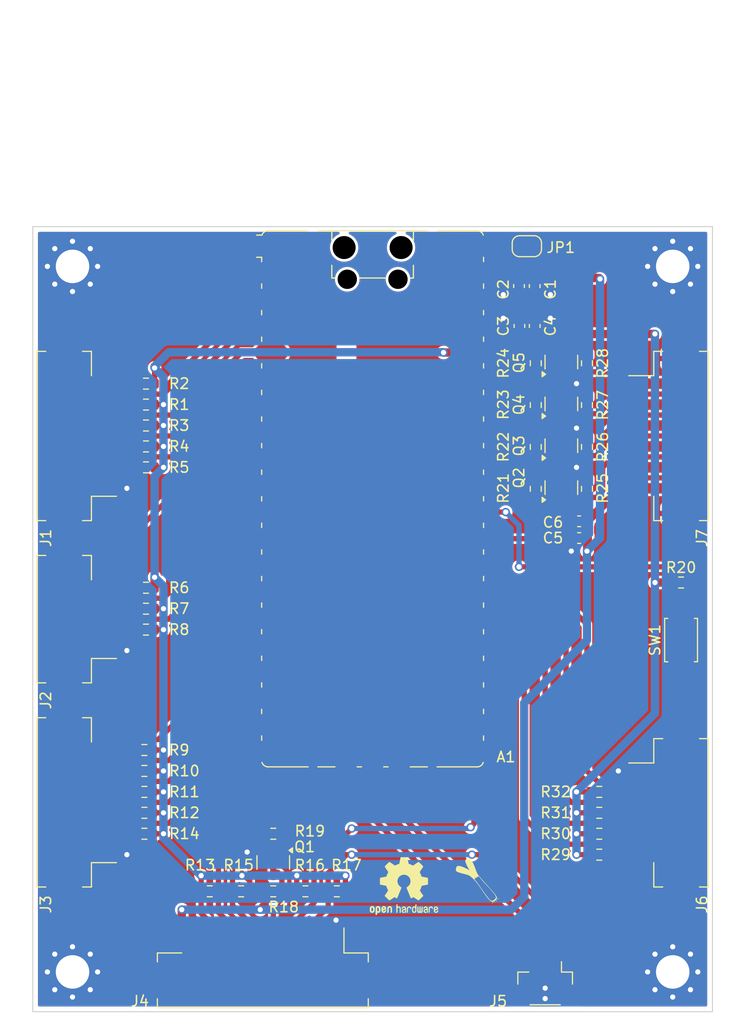
<source format=kicad_pcb>
(kicad_pcb (version 20241229) (generator "pcbnew") (generator_version "9.0")
  (title_block (title "DivaConIO") (date "2024-11-23") (rev "2") (company "ravinrabbid"))
  (layers (0 "F.Cu" signal) (2 "B.Cu" signal) (13 "F.Paste" user) (15 "B.Paste" user) (5 "F.SilkS" user "F.Silkscreen") (7 "B.SilkS" user "B.Silkscreen") (1 "F.Mask" user) (3 "B.Mask" user) (25 "Edge.Cuts" user))
  (net 0 "")
  (net 1 "/LED_En_Circle")
  (net 2 "+3V3")
  (net 3 "/Slider_LED_Data")
  (net 4 "+5V")
  (net 5 "/LED_En_Triangle")
  (net 6 "/Button_Down")
  (net 7 "/Button_R2")
  (net 8 "Net-(A1-RUN)")
  (net 9 "/Button_L1")
  (net 11 "/Button_Left")
  (net 12 "/Button_Cross")
  (net 13 "/Button_Up")
  (net 14 "/Button_L2")
  (net 16 "Net-(A1-VBUS)")
  (net 17 "/Button_R3")
  (net 18 "/Button_Select")
  (net 19 "/Button_Start")
  (net 20 "/Button_R1")
  (net 21 "/Button_Square")
  (net 22 "/Button_Circle")
  (net 23 "Net-(A1-SWCLK)")
  (net 24 "/Button_Triangle")
  (net 25 "/Button_Right")
  (net 26 "/Button_L3")
  (net 27 "/Button_Home")
  (net 28 "Net-(A1-SWDIO)")
  (net 29 "/LED_En_Cross")
  (net 30 "Net-(Q1-G)")
  (net 31 "Net-(Q2-G)")
  (net 32 "Net-(Q3-G)")
  (net 33 "Net-(Q4-G)")
  (net 34 "Net-(Q5-G)")
  (net 35 "/LED_En_Square")
  (net 36 "/Slider_I2C1_SCL")
  (net 37 "/Slider_I2C1_SDA")
  (net 38 "GND")
  (net 39 "Net-(Q2-D)")
  (net 40 "Net-(Q3-D)")
  (net 41 "Net-(Q4-D)")
  (net 42 "Net-(Q5-D)")
  (net 43 "/LED_Square")
  (net 44 "/LED_Cross")
  (net 45 "/LED_Circle")
  (net 46 "/LED_Triangle")
  (net 47 "/Display_I2C0_SDA")
  (net 48 "/Display_I2C0_SCL")
  (net 49 "Net-(J4-Pin_4)")
  (footprint "Connector_JST:JST_PH_B8B-PH-SM4-TB_1x08-1MP_P2.00mm_Vertical" (layer "F.Cu") (at 122 145.25 180)
    (property "Reference" "J4")
    (property "Value" "Conn_01x08_MountingPin")
  )
  (footprint "Resistor_SMD:R_0603_1608Metric" (layer "F.Cu") (at 110.825 113.5 180)
    (property "Reference" "R8")
    (property "Value" "10K")
  )
  (footprint "MountingHole:MountingHole_3.2mm_M3_Pad_Via" (layer "F.Cu") (at 103.8 78.8)
    (property "Reference" "H4" (hide yes))
    (property "Value" "MountingHole_Pad")
  )
  (footprint "Connector_JST:JST_PH_B5B-PH-SM4-TB_1x05-1MP_P2.00mm_Vertical" (layer "F.Cu") (at 160.25 131 -90)
    (property "Reference" "J6")
    (property "Value" "Conn_01x05_MountingPin")
  )
  (footprint "Resistor_SMD:R_0603_1608Metric" (layer "F.Cu") (at 110.825 109.5 180)
    (property "Reference" "R6")
    (property "Value" "10K")
  )
  (footprint "Connector_JST:JST_SH_BM03B-SRSS-TB_1x03-1MP_P1.00mm_Vertical" (layer "F.Cu") (at 149 147.325 180)
    (property "Reference" "J5")
    (property "Value" "JST_SH_BM03B-SRSS-TB" (hide yes))
  )
  (footprint "Button_Switch_SMD:SW_Push_SPST_NO_Alps_SKRK" (layer "F.Cu") (at 162 114.5 90)
    (property "Reference" "SW1")
    (property "Value" "SW_Push")
  )
  (footprint "Package_TO_SOT_SMD:SOT-23" (layer "F.Cu") (at 150.55 99.9375 90)
    (property "Reference" "Q2")
    (property "Value" "BSS138")
  )
  (footprint "Resistor_SMD:R_0603_1608Metric" (layer "F.Cu") (at 119.925 138.5 180)
    (property "Reference" "R15")
    (property "Value" "4K7")
  )
  (footprint "Resistor_SMD:R_0603_1608Metric" (layer "F.Cu") (at 126.075 138.5)
    (property "Reference" "R16")
    (property "Value" "4K7")
  )
  (footprint "Resistor_SMD:R_0603_1608Metric" (layer "F.Cu") (at 154.175 129)
    (property "Reference" "R32")
    (property "Value" "10K")
  )
  (footprint "Capacitor_SMD:C_0603_1608Metric" (layer "F.Cu") (at 146.5 80.68 -90)
    (property "Reference" "C2")
    (property "Value" "100n")
  )
  (footprint "Resistor_SMD:R_0603_1608Metric" (layer "F.Cu") (at 110.825 92 180)
    (property "Reference" "R2")
    (property "Value" "10K")
  )
  (footprint "Resistor_SMD:R_0603_1608Metric" (layer "F.Cu") (at 110.825 96 180)
    (property "Reference" "R4")
    (property "Value" "10K")
  )
  (footprint "Resistor_SMD:R_0603_1608Metric" (layer "F.Cu") (at 162 109)
    (property "Reference" "R20")
    (property "Value" "10K")
  )
  (footprint "Symbol:OSHW-Logo2_7.3x6mm_SilkScreen" (layer "F.Cu") (at 135.5 138)
    (property "Reference" "SYM2" (hide yes))
    (property "Value" "Logo_Open_Hardware_Small" (hide yes))
  )
  (footprint "Resistor_SMD:R_0603_1608Metric" (layer "F.Cu") (at 110.675 127 180)
    (property "Reference" "R10")
    (property "Value" "10K")
  )
  (footprint "Connector_JST:JST_PH_B6B-PH-SM4-TB_1x06-1MP_P2.00mm_Vertical" (layer "F.Cu") (at 104.75 130 90)
    (property "Reference" "J3")
    (property "Value" "Conn_01x06_MountingPin")
  )
  (footprint "Resistor_SMD:R_0603_1608Metric" (layer "F.Cu") (at 148.1 92.05 90)
    (property "Reference" "R23")
    (property "Value" "10R")
  )
  (footprint "Resistor_SMD:R_0603_1608Metric" (layer "F.Cu") (at 154.175 133)
    (property "Reference" "R30")
    (property "Value" "10K")
  )
  (footprint "Resistor_SMD:R_0603_1608Metric" (layer "F.Cu") (at 153 100.05 90)
    (property "Reference" "R25")
    (property "Value" "330R")
  )
  (footprint "Connector_JST:JST_PH_B6B-PH-SM4-TB_1x06-1MP_P2.00mm_Vertical" (layer "F.Cu") (at 104.75 95 90)
    (property "Reference" "J1")
    (property "Value" "Conn_01x06_MountingPin")
  )
  (footprint "Resistor_SMD:R_0603_1608Metric" (layer "F.Cu") (at 148.1 88.05 90)
    (property "Reference" "R24")
    (property "Value" "10R")
  )
  (footprint "Capacitor_SMD:C_0603_1608Metric" (layer "F.Cu") (at 148 84.49 90)
    (property "Reference" "C4")
    (property "Value" "100n")
  )
  (footprint "Connector_JST:JST_PH_B4B-PH-SM4-TB_1x04-1MP_P2.00mm_Vertical" (layer "F.Cu") (at 104.75 112.5 90)
    (property "Reference" "J2")
    (property "Value" "Conn_01x04_MountingPin")
  )
  (footprint "Module:RaspberryPi_Pico_SMD_HandSolder" (layer "F.Cu") (at 132.5 101)
    (property "Reference" "A1")
    (property "Value" "RaspberryPi_Pico")
  )
  (footprint "Package_TO_SOT_SMD:SOT-23" (layer "F.Cu") (at 123 135.75 -90)
    (property "Reference" "Q1")
    (property "Value" "BSS138")
  )
  (footprint "Package_TO_SOT_SMD:SOT-23" (layer "F.Cu") (at 150.55 87.9375 90)
    (property "Reference" "Q5")
    (property "Value" "BSS138")
  )
  (footprint "Resistor_SMD:R_0603_1608Metric" (layer "F.Cu") (at 153 88.05 90)
    (property "Reference" "R28")
    (property "Value" "330R")
  )
  (footprint "Package_TO_SOT_SMD:SOT-23" (layer "F.Cu") (at 150.55 95.9375 90)
    (property "Reference" "Q3")
    (property "Value" "BSS138")
  )
  (footprint "Capacitor_SMD:C_0603_1608Metric" (layer "F.Cu") (at 152.25 104.75 180)
    (property "Reference" "C5")
    (property "Value" "1u0")
  )
  (footprint "MountingHole:MountingHole_3.2mm_M3_Pad_Via" (layer "F.Cu") (at 161.2 78.8)
    (property "Reference" "H1" (hide yes))
    (property "Value" "MountingHole_Pad")
  )
  (footprint "Resistor_SMD:R_0603_1608Metric" (layer "F.Cu") (at 110.825 98 180)
    (property "Reference" "R5")
    (property "Value" "10K")
  )
  (footprint "Resistor_SMD:R_0603_1608Metric" (layer "F.Cu") (at 153 96.05 90)
    (property "Reference" "R26")
    (property "Value" "330R")
  )
  (footprint "Resistor_SMD:R_0603_1608Metric" (layer "F.Cu") (at 116.925 138.5)
    (property "Reference" "R13")
    (property "Value" "4K7")
  )
  (footprint "Resistor_SMD:R_0603_1608Metric" (layer "F.Cu") (at 148.1 100.05 90)
    (property "Reference" "R21")
    (property "Value" "10R")
  )
  (footprint "Jumper:SolderJumper-2_P1.3mm_Bridged_RoundedPad1.0x1.5mm" (layer "F.Cu") (at 147.25 76.87 180)
    (property "Reference" "JP1")
    (property "Value" "SolderJumper_2_Bridged")
  )
  (footprint "Resistor_SMD:R_0603_1608Metric" (layer "F.Cu") (at 154.175 135)
    (property "Reference" "R29")
    (property "Value" "10K")
  )
  (footprint "Resistor_SMD:R_0603_1608Metric" (layer "F.Cu") (at 110.675 129 180)
    (property "Reference" "R11")
    (property "Value" "10K")
  )
  (footprint "Resistor_SMD:R_0603_1608Metric" (layer "F.Cu") (at 153 92.05 90)
    (property "Reference" "R27")
    (property "Value" "330R")
  )
  (footprint "CustomLogos:Leek-Logo_6.3mm_Silkscreen" (layer "F.Cu") (at 142.5 137.5)
    (property "Reference" "SYM1" (hide yes))
    (property "Value" "Leek" (hide yes))
  )
  (footprint "Resistor_SMD:R_0603_1608Metric" (layer "F.Cu") (at 129.075 138.5 180)
    (property "Reference" "R17")
    (property "Value" "4K7")
  )
  (footprint "Connector_JST:JST_PH_B6B-PH-SM4-TB_1x06-1MP_P2.00mm_Vertical" (layer "F.Cu") (at 160.25 95 -90)
    (property "Reference" "J7")
    (property "Value" "Conn_01x06_MountingPin")
  )
  (footprint "Resistor_SMD:R_0603_1608Metric" (layer "F.Cu") (at 148.1 96.05 90)
    (property "Reference" "R22")
    (property "Value" "10R")
  )
  (footprint "Package_TO_SOT_SMD:SOT-23" (layer "F.Cu") (at 150.55 91.9375 90)
    (property "Reference" "Q4")
    (property "Value" "BSS138")
  )
  (footprint "Capacitor_SMD:C_0603_1608Metric" (layer "F.Cu") (at 152.25 103.15 180)
    (property "Reference" "C6")
    (property "Value" "1u0")
  )
  (footprint "Resistor_SMD:R_0603_1608Metric" (layer "F.Cu") (at 110.825 111.5 180)
    (property "Reference" "R7")
    (property "Value" "10K")
  )
  (footprint "Resistor_SMD:R_0603_1608Metric" (layer "F.Cu") (at 123 138.5)
    (property "Reference" "R18")
    (property "Value" "4K7")
  )
  (footprint "Resistor_SMD:R_0603_1608Metric" (layer "F.Cu") (at 154.175 131)
    (property "Reference" "R31")
    (property "Value" "10K")
  )
  (footprint "Resistor_SMD:R_0603_1608Metric" (layer "F.Cu") (at 110.825 94 180)
    (property "Reference" "R3")
    (property "Value" "10K")
  )
  (footprint "MountingHole:MountingHole_3.2mm_M3_Pad_Via" (layer "F.Cu") (at 103.8 146.2)
    (property "Reference" "H2" (hide yes))
    (property "Value" "MountingHole_Pad")
  )
  (footprint "Resistor_SMD:R_0603_1608Metric" (layer "F.Cu") (at 110.675 131 180)
    (property "Reference" "R12")
    (property "Value" "10K")
  )
  (footprint "Resistor_SMD:R_0603_1608Metric" (layer "F.Cu") (at 123 133)
    (property "Reference" "R19")
    (property "Value" "10R")
  )
  (footprint "Resistor_SMD:R_0603_1608Metric" (layer "F.Cu") (at 110.675 133 180)
    (property "Reference" "R14")
    (property "Value" "10K")
  )
  (footprint "Capacitor_SMD:C_0603_1608Metric" (layer "F.Cu") (at 146.54 84.49 90)
    (property "Reference" "C3")
    (property "Value" "1u0")
  )
  (footprint "MountingHole:MountingHole_3.2mm_M3_Pad_Via" (layer "F.Cu") (at 161.2 146.2)
    (property "Reference" "H3" (hide yes))
    (property "Value" "MountingHole_Pad")
  )
  (footprint "Resistor_SMD:R_0603_1608Metric" (layer "F.Cu") (at 110.825 90 180)
    (property "Reference" "R1")
    (property "Value" "10K")
  )
  (footprint "Capacitor_SMD:C_0603_1608Metric" (layer "F.Cu") (at 148 80.68 -90)
    (property "Reference" "C1")
    (property "Value" "1u0")
  )
  (footprint "Resistor_SMD:R_0603_1608Metric" (layer "F.Cu") (at 110.675 125 180)
    (property "Reference" "R9")
    (property "Value" "10K")
  )
  (gr_line (start 100 150) (end 100 75) (stroke (width 0.1)) (layer "Edge.Cuts"))
  (gr_line (start 165 150) (end 100 150) (stroke (width 0.1)) (layer "Edge.Cuts"))
  (gr_line (start 165 75) (end 165 150) (stroke (width 0.1)) (layer "Edge.Cuts"))
  (gr_line (start 100 75) (end 165 75) (stroke (width 0.1)) (layer "Edge.Cuts"))
  (segment (start 142.19 92.11) (end 144.865 92.11) (width 0.508) (layer "F.Cu") (net 1))
  (segment (start 144.865 92.11) (end 148.1 88.875) (width 0.508) (layer "F.Cu") (net 1))
  (segment (start 111.65 96) (end 112.5 96) (width 0.508) (layer "F.Cu") (net 2))
  (segment (start 153.35 133) (end 152 133) (width 0.508) (layer "F.Cu") (net 2))
  (segment (start 111.5 131) (end 112.5 131) (width 0.508) (layer "F.Cu") (net 2))
  (segment (start 111.65 98) (end 112.5 98) (width 0.508) (layer "F.Cu") (net 2))
  (segment (start 111.5 127) (end 112.5 127) (width 0.508) (layer "F.Cu") (net 2))
  (segment (start 161.175 109) (end 159.5 109) (width 0.8) (layer "F.Cu") (net 2))
  (segment (start 116.1 138.5) (end 116.1 137) (width 0.508) (layer "F.Cu") (net 2))
  (segment (start 116.1 140.6) (end 116.1 138.5) (width 0.508) (layer "F.Cu") (net 2))
  (segment (start 111.5 125) (end 112.5 125) (width 0.508) (layer "F.Cu") (net 2))
  (segment (start 125.25 138.5) (end 125.25 137) (width 0.508) (layer "F.Cu") (net 2))
  (segment (start 153.35 135) (end 152 135) (width 0.508) (layer "F.Cu") (net 2))
  (segment (start 153.35 129) (end 152 129) (width 0.508) (layer "F.Cu") (net 2))
  (segment (start 111.65 113.5) (end 112.5 113.5) (width 0.508) (layer "F.Cu") (net 2))
  (segment (start 146.54 85.265) (end 148 85.265) (width 0.8) (layer "F.Cu") (net 2))
  (segment (start 111.65 111.5) (end 112.5 111.5) (width 0.508) (layer "F.Cu") (net 2))
  (segment (start 142.19 87.03) (end 144.775 87.03) (width 0.8) (layer "F.Cu") (net 2))
  (segment (start 111.5 133) (end 112.5 133) (width 0.508) (layer "F.Cu") (net 2))
  (segment (start 158.735 85.265) (end 148 85.265) (width 0.8) (layer "F.Cu") (net 2))
  (segment (start 111.65 92) (end 112.5 92) (width 0.508) (layer "F.Cu") (net 2))
  (segment (start 158.75 85.25) (end 158.735 85.265) (width 0.8) (layer "F.Cu") (net 2))
  (segment (start 120.75 137.5) (end 120.75 138.25) (width 0.508) (layer "F.Cu") (net 2))
  (segment (start 153.35 131) (end 152 131) (width 0.508) (layer "F.Cu") (net 2))
  (segment (start 144.775 87.03) (end 146.54 85.265) (width 0.8) (layer "F.Cu") (net 2))
  (segment (start 117 144.75) (end 117 141.5) (width 0.508) (layer "F.Cu") (net 2))
  (segment (start 129.9 138.5) (end 129.9 137) (width 0.508) (layer "F.Cu") (net 2))
  (segment (start 111.5 129) (end 112.5 129) (width 0.508) (layer "F.Cu") (net 2))
  (segment (start 120 136.75) (end 120.75 137.5) (width 0.508) (layer "F.Cu") (net 2))
  (segment (start 111.65 90) (end 111.65 88.5) (width 0.508) (layer "F.Cu") (net 2))
  (segment (start 111.65 94) (end 112.5 94) (width 0.508) (layer "F.Cu") (net 2))
  (segment (start 142.19 87.03) (end 139.28 87.03) (width 0.8) (layer "F.Cu") (net 2))
  (segment (start 159.5 85.25) (end 158.75 85.25) (width 0.8) (layer "F.Cu") (net 2))
  (segment (start 117 141.5) (end 116.1 140.6) (width 0.508) (layer "F.Cu") (net 2))
  (segment (start 111.65 109.5) (end 111.65 108.5) (width 0.8) (layer "F.Cu") (net 2))
  (via (at 112.5 113.5) (size 0.8) (drill 0.5) (layers "F.Cu" "B.Cu") (net 2))
  (via (at 112.5 131) (size 0.8) (drill 0.5) (layers "F.Cu" "B.Cu") (net 2))
  (via (at 111.65 108.5) (size 0.8) (drill 0.5) (layers "F.Cu" "B.Cu") (net 2))
  (via (at 159.5 85.25) (size 0.8) (drill 0.5) (layers "F.Cu" "B.Cu") (net 2))
  (via (at 129.9 137) (size 0.8) (drill 0.5) (layers "F.Cu" "B.Cu") (net 2))
  (via (at 112.5 133) (size 0.8) (drill 0.5) (layers "F.Cu" "B.Cu") (net 2))
  (via (at 112.5 111.5) (size 0.8) (drill 0.5) (layers "F.Cu" "B.Cu") (net 2))
  (via (at 152 129) (size 0.8) (drill 0.5) (layers "F.Cu" "B.Cu") (net 2))
  (via (at 152 131) (size 0.8) (drill 0.5) (layers "F.Cu" "B.Cu") (net 2))
  (via (at 112.5 94) (size 0.8) (drill 0.5) (layers "F.Cu" "B.Cu") (net 2))
  (via (at 152 135) (size 0.8) (drill 0.5) (layers "F.Cu" "B.Cu") (net 2))
  (via (at 120 137) (size 0.8) (drill 0.5) (layers "F.Cu" "B.Cu") (net 2))
  (via (at 112.5 92) (size 0.8) (drill 0.5) (layers "F.Cu" "B.Cu") (net 2))
  (via (at 116.1 137) (size 0.8) (drill 0.5) (layers "F.Cu" "B.Cu") (net 2))
  (via (at 112.5 96) (size 0.8) (drill 0.5) (layers "F.Cu" "B.Cu") (net 2))
  (via (at 112.5 129) (size 0.8) (drill 0.5) (layers "F.Cu" "B.Cu") (net 2))
  (via (at 159.5 109) (size 0.8) (drill 0.5) (layers "F.Cu" "B.Cu") (net 2))
  (via (at 125.25 137) (size 0.8) (drill 0.5) (layers "F.Cu" "B.Cu") (net 2))
  (via (at 112.5 98) (size 0.8) (drill 0.5) (layers "F.Cu" "B.Cu") (net 2))
  (via (at 139.28 87.03) (size 0.8) (drill 0.5) (layers "F.Cu" "B.Cu") (net 2))
  (via (at 112.5 125) (size 0.8) (drill 0.5) (layers "F.Cu" "B.Cu") (net 2))
  (via (at 152 133) (size 0.8) (drill 0.5) (layers "F.Cu" "B.Cu") (net 2))
  (via (at 111.65 88.5) (size 0.8) (drill 0.5) (layers "F.Cu" "B.Cu") (net 2))
  (via (at 112.5 127) (size 0.8) (drill 0.5) (layers "F.Cu" "B.Cu") (net 2))
  (segment (start 152 133) (end 152 131) (width 0.8) (layer "B.Cu") (net 2))
  (segment (start 112.5 133) (end 112.5 125) (width 0.8) (layer "B.Cu") (net 2))
  (segment (start 111.65 98.85) (end 112.5 98) (width 0.8) (layer "B.Cu") (net 2))
  (segment (start 152 129) (end 159.5 121.5) (width 0.8) (layer "B.Cu") (net 2))
  (segment (start 112.5 92) (end 112.5 89.35) (width 0.8) (layer "B.Cu") (net 2))
  (segment (start 159.5 100.25) (end 159.5 85.25) (width 0.8) (layer "B.Cu") (net 2))
  (segment (start 139.25 87) (end 139.28 87.03) (width 0.8) (layer "B.Cu") (net 2))
  (segment (start 111.65 108.5) (end 111.65 98.85) (width 0.8) (layer "B.Cu") (net 2))
  (segment (start 112.5 89.35) (end 111.65 88.5) (width 0.8) (layer "B.Cu") (net 2))
  (segment (start 116.1 137) (end 120 137) (width 0.8) (layer "B.Cu") (net 2))
  (segment (start 111.65 88.35) (end 113 87) (width 0.8) (layer "B.Cu") (net 2))
  (segment (start 112.5 125) (end 112.5 111.5) (width 0.8) (layer "B.Cu") (net 2))
  (segment (start 125.25 137) (end 129.9 137) (width 0.8) (layer "B.Cu") (net 2))
  (segment (start 112.5 109.35) (end 111.65 108.5) (width 0.8) (layer "B.Cu") (net 2))
  (segment (start 112.5 133.4) (end 116.1 137) (width 0.8) (layer "B.Cu") (net 2))
  (segment (start 113 87) (end 139.25 87) (width 0.8) (layer "B.Cu") (net 2))
  (segment (start 159.5 109) (end 159.5 100.25) (width 0.8) (layer "B.Cu") (net 2))
  (segment (start 111.65 88.5) (end 111.65 88.35) (width 0.8) (layer "B.Cu") (net 2))
  (segment (start 112.5 98) (end 112.5 92) (width 0.8) (layer "B.Cu") (net 2))
  (segment (start 120 137) (end 125.25 137) (width 0.8) (layer "B.Cu") (net 2))
  (segment (start 112.5 133) (end 112.5 133.4) (width 0.8) (layer "B.Cu") (net 2))
  (segment (start 112.5 111.5) (end 112.5 109.35) (width 0.8) (layer "B.Cu") (net 2))
  (segment (start 152 131) (end 152 129) (width 0.8) (layer "B.Cu") (net 2))
  (segment (start 159.5 121.5) (end 159.5 109) (width 0.8) (layer "B.Cu") (net 2))
  (segment (start 152 135) (end 152 133) (width 0.8) (layer "B.Cu") (net 2))
  (segment (start 122.175 133) (end 122.175 132.325) (width 0.508) (layer "F.Cu") (net 3))
  (segment (start 126 131.5) (end 127 130.5) (width 0.508) (layer "F.Cu") (net 3))
  (segment (start 127 130.5) (end 127 119) (width 0.508) (layer "F.Cu") (net 3))
  (segment (start 122.175 132.325) (end 123 131.5) (width 0.508) (layer "F.Cu") (net 3))
  (segment (start 127 119) (end 125.51 117.51) (width 0.508) (layer "F.Cu") (net 3))
  (segment (start 123 131.5) (end 126 131.5) (width 0.508) (layer "F.Cu") (net 3))
  (segment (start 125.51 117.51) (end 122.81 117.51) (width 0.508) (layer "F.Cu") (net 3))
  (segment (start 145.495 79.905) (end 148 79.905) (width 0.8) (layer "F.Cu") (net 4))
  (segment (start 121.75 140.25) (end 122.175 139.825) (width 0.8) (layer "F.Cu") (net 4))
  (segment (start 148 79.905) (end 154.155 79.905) (width 0.8) (layer "F.Cu") (net 4))
  (segment (start 122.175 139.825) (end 122.175 138.5) (width 0.8) (layer "F.Cu") (net 4))
  (segment (start 146.5 79.905) (end 148 79.905) (width 0.8) (layer "F.Cu") (net 4))
  (segment (start 142.19 79.41) (end 145 79.41) (width 0.8) (layer "F.Cu") (net 4))
  (segment (start 114.5 141.5) (end 114.25 141.25) (width 0.8) (layer "F.Cu") (net 4))
  (segment (start 156.25 100) (end 159.75 100) (width 0.8) (layer "F.Cu") (net 4))
  (segment (start 156 100) (end 156 99.25) (width 0.8) (layer "F.Cu") (net 4))
  (segment (start 153.025 104.75) (end 153.025 103.15) (width 0.8) (layer "F.Cu") (net 4))
  (segment (start 156 100.175) (end 156 99.25) (width 0.8) (layer "F.Cu") (net 4))
  (segment (start 156 99.25) (end 156 98.5) (width 0.8) (layer "F.Cu") (net 4))
  (segment (start 114.25 141.25) (end 114.25 140.25) (width 0.8) (layer "F.Cu") (net 4))
  (segment (start 148 76.97) (end 147.9 76.87) (width 0.8) (layer "F.Cu") (net 4))
  (segment (start 115 144.75) (end 115 142) (width 0.8) (layer "F.Cu") (net 4))
  (segment (start 153.025 105.975) (end 153 106) (width 0.8) (layer "F.Cu") (net 4))
  (segment (start 156.5 98) (end 159.75 98) (width 0.8) (layer "F.Cu") (net 4))
  (segment (start 148 79.905) (end 148 76.97) (width 0.8) (layer "F.Cu") (net 4))
  (segment (start 156 98.5) (end 156.5 98) (width 0.8) (layer "F.Cu") (net 4))
  (segment (start 159.75 100) (end 156 100) (width 0.8) (layer "F.Cu") (net 4))
  (segment (start 153.025 104.75) (end 153.025 105.975) (width 0.8) (layer "F.Cu") (net 4))
  (segment (start 154.155 79.905) (end 154.25 80) (width 0.8) (layer "F.Cu") (net 4))
  (segment (start 145 79.41) (end 145.495 79.905) (width 0.8) (layer "F.Cu") (net 4))
  (segment (start 115 142) (end 114.5 141.5) (width 0.8) (layer "F.Cu") (net 4))
  (segment (start 153.025 103.15) (end 156 100.175) (width 0.8) (layer "F.Cu") (net 4))
  (via (at 154.25 80) (size 0.8) (drill 0.5) (layers "F.Cu" "B.Cu") (net 4))
  (via (at 114.25 140.25) (size 0.8) (drill 0.5) (layers "F.Cu" "B.Cu") (net 4))
  (via (at 121.75 140.25) (size 0.8) (drill 0.5) (layers "F.Cu" "B.Cu") (net 4))
  (via (at 153 106) (size 0.8) (drill 0.5) (layers "F.Cu" "B.Cu") (net 4))
  (segment (start 114.25 140.25) (end 121.75 140.25) (width 0.8) (layer "B.Cu") (net 4))
  (segment (start 121.75 140.25) (end 145.75 140.25) (width 0.8) (layer "B.Cu") (net 4))
  (segment (start 153 114.5) (end 153 106) (width 0.8) (layer "B.Cu") (net 4))
  (segment (start 147 139) (end 147 120.5) (width 0.8) (layer "B.Cu") (net 4))
  (segment (start 154.25 104.75) (end 154.25 80) (width 0.8) (layer "B.Cu") (net 4))
  (segment (start 145.75 140.25) (end 147 139) (width 0.8) (layer "B.Cu") (net 4))
  (segment (start 147 120.5) (end 153 114.5) (width 0.8) (layer "B.Cu") (net 4))
  (segment (start 153 106) (end 154.25 104.75) (width 0.8) (layer "B.Cu") (net 4))
  (segment (start 148.1 104.15) (end 148.1 100.875) (width 0.508) (layer "F.Cu") (net 5))
  (segment (start 142.19 104.81) (end 147.44 104.81) (width 0.508) (layer "F.Cu") (net 5))
  (segment (start 147.44 104.81) (end 148.1 104.15) (width 0.508) (layer "F.Cu") (net 5))
  (segment (start 118.23 102.27) (end 115 105.5) (width 0.508) (layer "F.Cu") (net 6))
  (segment (start 109.85 125) (end 105.25 125) (width 0.508) (layer "F.Cu") (net 6))
  (segment (start 112 124) (end 110.85 124) (width 0.508) (layer "F.Cu") (net 6))
  (segment (start 122.81 102.27) (end 118.23 102.27) (width 0.508) (layer "F.Cu") (net 6))
  (segment (start 115 121) (end 112 124) (width 0.508) (layer "F.Cu") (net 6))
  (segment (start 110.85 124) (end 109.85 125) (width 0.508) (layer "F.Cu") (net 6))
  (segment (start 115 105.5) (end 115 121) (width 0.508) (layer "F.Cu") (net 6))
  (segment (start 111 95) (end 114.5 95) (width 0.508) (layer "F.Cu") (net 7))
  (segment (start 115.5 91.5) (end 119.97 87.03) (width 0.508) (layer "F.Cu") (net 7))
  (segment (start 114.5 95) (end 115.5 94) (width 0.508) (layer "F.Cu") (net 7))
  (segment (start 110 96) (end 105.25 96) (width 0.508) (layer "F.Cu") (net 7))
  (segment (start 115.5 94) (end 115.5 91.5) (width 0.508) (layer "F.Cu") (net 7))
  (segment (start 110 96) (end 111 95) (width 0.508) (layer "F.Cu") (net 7))
  (segment (start 119.97 87.03) (end 122.81 87.03) (width 0.508) (layer "F.Cu") (net 7))
  (segment (start 162.825 110.175) (end 162 111) (width 0.508) (layer "F.Cu") (net 8))
  (segment (start 162 111) (end 162 112.4) (width 0.508) (layer "F.Cu") (net 8))
  (segment (start 162.825 109) (end 162.825 110.175) (width 0.508) (layer "F.Cu") (net 8))
  (segment (start 162.825 107.825) (end 162.5 107.5) (width 0.508) (layer "F.Cu") (net 8))
  (segment (start 145.23 102.27) (end 142.19 102.27) (width 0.508) (layer "F.Cu") (net 8))
  (segment (start 162.5 107.5) (end 146.5 107.5) (width 0.508) (layer "F.Cu") (net 8))
  (segment (start 162.825 109) (end 162.825 107.825) (width 0.508) (layer "F.Cu") (net 8))
  (via (at 146.5 107.5) (size 0.8) (drill 0.5) (layers "F.Cu" "B.Cu") (net 8))
  (via (at 145.23 102.27) (size 0.8) (drill 0.5) (layers "F.Cu" "B.Cu") (net 8))
  (segment (start 145.23 102.27) (end 146.5 103.54) (width 0.508) (layer "B.Cu") (net 8))
  (segment (start 146.5 103.54) (end 146.5 107.5) (width 0.508) (layer "B.Cu") (net 8))
  (segment (start 117 124) (end 113 128) (width 0.508) (layer "F.Cu") (net 9))
  (segment (start 122.81 109.89) (end 119.61 109.89) (width 0.508) (layer "F.Cu") (net 9))
  (segment (start 109.85 129) (end 105.25 129) (width 0.508) (layer "F.Cu") (net 9))
  (segment (start 119.61 109.89) (end 117 112.5) (width 0.508) (layer "F.Cu") (net 9))
  (segment (start 110.85 128) (end 109.85 129) (width 0.508) (layer "F.Cu") (net 9))
  (segment (start 113 128) (end 110.85 128) (width 0.508) (layer "F.Cu") (net 9))
  (segment (start 117 112.5) (end 117 124) (width 0.508) (layer "F.Cu") (net 9))
  (segment (start 110 90) (end 110 86) (width 0.508) (layer "F.Cu") (net 11))
  (segment (start 119.13 76.87) (end 122.81 76.87) (width 0.508) (layer "F.Cu") (net 11))
  (segment (start 110 86) (end 119.13 76.87) (width 0.508) (layer "F.Cu") (net 11))
  (segment (start 110 90) (end 105.25 90) (width 0.508) (layer "F.Cu") (net 11))
  (segment (start 151.5 130) (end 154 130) (width 0.508) (layer "F.Cu") (net 12))
  (segment (start 151 114.5) (end 151 129.5) (width 0.508) (layer "F.Cu") (net 12))
  (segment (start 155 131) (end 159.75 131) (width 0.508) (layer "F.Cu") (net 12))
  (segment (start 154 130) (end 155 131) (width 0.508) (layer "F.Cu") (net 12))
  (segment (start 151 129.5) (end 151.5 130) (width 0.508) (layer "F.Cu") (net 12))
  (segment (start 148.93 112.43) (end 151 114.5) (width 0.508) (layer "F.Cu") (net 12))
  (segment (start 142.19 112.43) (end 148.93 112.43) (width 0.508) (layer "F.Cu") (net 12))
  (segment (start 116 123) (end 116 107.5) (width 0.508) (layer "F.Cu") (net 13))
  (segment (start 110.85 126) (end 113 126) (width 0.508) (layer "F.Cu") (net 13))
  (segment (start 118.69 104.81) (end 122.81 104.81) (width 0.508) (layer "F.Cu") (net 13))
  (segment (start 113 126) (end 116 123) (width 0.508) (layer "F.Cu") (net 13))
  (segment (start 109.85 127) (end 110.85 126) (width 0.508) (layer "F.Cu") (net 13))
  (segment (start 116 107.5) (end 118.69 104.81) (width 0.508) (layer "F.Cu") (net 13))
  (segment (start 109.85 127) (end 105.25 127) (width 0.508) (layer "F.Cu") (net 13))
  (segment (start 110.85 130) (end 109.85 131) (width 0.508) (layer "F.Cu") (net 14))
  (segment (start 118 113) (end 118 125) (width 0.508) (layer "F.Cu") (net 14))
  (segment (start 113 130) (end 110.85 130) (width 0.508) (layer "F.Cu") (net 14))
  (segment (start 109.85 131) (end 105.25 131) (width 0.508) (layer "F.Cu") (net 14))
  (segment (start 122.81 112.43) (end 118.57 112.43) (width 0.508) (layer "F.Cu") (net 14))
  (segment (start 118.57 112.43) (end 118 113) (width 0.508) (layer "F.Cu") (net 14))
  (segment (start 118 125) (end 113 130) (width 0.508) (layer "F.Cu") (net 14))
  (segment (start 146.6 76.87) (end 142.19 76.87) (width 0.508) (layer "F.Cu") (net 16))
  (segment (start 114 91) (end 120.51 84.49) (width 0.508) (layer "F.Cu") (net 17))
  (segment (start 110 94) (end 111 93) (width 0.508) (layer "F.Cu") (net 17))
  (segment (start 113.5 93) (end 114 92.5) (width 0.508) (layer "F.Cu") (net 17))
  (segment (start 110 94) (end 105.25 94) (width 0.508) (layer "F.Cu") (net 17))
  (segment (start 122.81 84.49) (end 120.51 84.49) (width 0.508) (layer "F.Cu") (net 17))
  (segment (start 111 93) (end 113.5 93) (width 0.508) (layer "F.Cu") (net 17))
  (segment (start 114 92.5) (end 114 91) (width 0.508) (layer "F.Cu") (net 17))
  (segment (start 110 109.5) (end 105.25 109.5) (width 0.508) (layer "F.Cu") (net 18))
  (segment (start 122.81 92.11) (end 119.89 92.11) (width 0.508) (layer "F.Cu") (net 18))
  (segment (start 110 104) (end 110 109.5) (width 0.508) (layer "F.Cu") (net 18))
  (segment (start 119.89 92.11) (end 119 93) (width 0.508) (layer "F.Cu") (net 18))
  (segment (start 119 93) (end 119 95) (width 0.508) (layer "F.Cu") (net 18))
  (segment (start 119 95) (end 110 104) (width 0.508) (layer "F.Cu") (net 18))
  (segment (start 111 110.5) (end 110 111.5) (width 0.508) (layer "F.Cu") (net 19))
  (segment (start 113 103) (end 113 110) (width 0.508) (layer "F.Cu") (net 19))
  (segment (start 122.81 97.19) (end 118.81 97.19) (width 0.508) (layer "F.Cu") (net 19))
  (segment (start 112.5 110.5) (end 111 110.5) (width 0.508) (layer "F.Cu") (net 19))
  (segment (start 113 110) (end 112.5 110.5) (width 0.508) (layer "F.Cu") (net 19))
  (segment (start 110 111.5) (end 105.25 111.5) (width 0.508) (layer "F.Cu") (net 19))
  (segment (start 118.81 97.19) (end 113 103) (width 0.508) (layer "F.Cu") (net 19))
  (segment (start 114.875 97) (end 117 94.875) (width 0.508) (layer "F.Cu") (net 20))
  (segment (start 110 98) (end 111 97) (width 0.508) (layer "F.Cu") (net 20))
  (segment (start 110 98) (end 105.25 98) (width 0.508) (layer "F.Cu") (net 20))
  (segment (start 122.81 89.57) (end 119.5 89.57) (width 0.508) (layer "F.Cu") (net 20))
  (segment (start 111 97) (end 114.875 97) (width 0.508) (layer "F.Cu") (net 20))
  (segment (start 117 94.875) (end 117 92.07) (width 0.508) (layer "F.Cu") (net 20))
  (segment (start 117 92.07) (end 119.5 89.57) (width 0.508) (layer "F.Cu") (net 20))
  (segment (start 149 130.5) (end 150.5 132) (width 0.508) (layer "F.Cu") (net 21))
  (segment (start 150.5 132) (end 154 132) (width 0.508) (layer "F.Cu") (net 21))
  (segment (start 155 133) (end 159.75 133) (width 0.508) (layer "F.Cu") (net 21))
  (segment (start 149 115.5) (end 149 130.5) (width 0.508) (layer "F.Cu") (net 21))
  (segment (start 154 132) (end 155 133) (width 0.508) (layer "F.Cu") (net 21))
  (segment (start 142.19 114.97) (end 148.47 114.97) (width 0.508) (layer "F.Cu") (net 21))
  (segment (start 148.47 114.97) (end 149 115.5) (width 0.508) (layer "F.Cu") (net 21))
  (segment (start 155 129) (end 159.75 129) (width 0.508) (layer "F.Cu") (net 22))
  (segment (start 142.19 109.89) (end 149.89 109.89) (width 0.508) (layer "F.Cu") (net 22))
  (segment (start 149.89 109.89) (end 153 113) (width 0.508) (layer "F.Cu") (net 22))
  (segment (start 153 113) (end 153 127) (width 0.508) (layer "F.Cu") (net 22))
  (segment (start 153 127) (end 155 129) (width 0.508) (layer "F.Cu") (net 22))
  (segment (start 145 139) (end 140 139) (width 0.508) (layer "F.Cu") (net 23))
  (segment (start 140 139) (end 129.96 128.96) (width 0.508) (layer "F.Cu") (net 23))
  (segment (start 148 142) (end 145 139) (width 0.508) (layer "F.Cu") (net 23))
  (segment (start 129.96 128.96) (end 129.96 124.9) (width 0.508) (layer "F.Cu") (net 23))
  (segment (start 148 146) (end 148 142) (width 0.508) (layer "F.Cu") (net 23))
  (segment (start 154 134) (end 149.5 134) (width 0.508) (layer "F.Cu") (net 24))
  (segment (start 149.5 134) (end 147 131.5) (width 0.508) (layer "F.Cu") (net 24))
  (segment (start 147 131.5) (end 147 118.51) (width 0.508) (layer "F.Cu") (net 24))
  (segment (start 146 117.51) (end 142.19 117.51) (width 0.508) (layer "F.Cu") (net 24))
  (segment (start 155 135) (end 154 134) (width 0.508) (layer "F.Cu") (net 24))
  (segment (start 147 118.51) (end 146 117.51) (width 0.508) (layer "F.Cu") (net 24))
  (segment (start 155 135) (end 159.75 135) (width 0.508) (layer "F.Cu") (net 24))
  (segment (start 119.59 79.41) (end 118.5 80.5) (width 0.508) (layer "F.Cu") (net 25))
  (segment (start 113 90.5) (end 112.5 91) (width 0.508) (layer "F.Cu") (net 25))
  (segment (start 118.5 84.5) (end 113 90) (width 0.508) (layer "F.Cu") (net 25))
  (segment (start 112 91) (end 111 91) (width 0.508) (layer "F.Cu") (net 25))
  (segment (start 112 91) (end 112.5 91) (width 0.508) (layer "F.Cu") (net 25))
  (segment (start 118.5 80.5) (end 118.5 84.5) (width 0.508) (layer "F.Cu") (net 25))
  (segment (start 110 92) (end 105.25 92) (width 0.508) (layer "F.Cu") (net 25))
  (segment (start 113 90) (end 113 90.5) (width 0.508) (layer "F.Cu") (net 25))
  (segment (start 122.81 79.41) (end 119.59 79.41) (width 0.508) (layer "F.Cu") (net 25))
  (segment (start 111 91) (end 110 92) (width 0.508) (layer "F.Cu") (net 25))
  (segment (start 110.85 132) (end 113 132) (width 0.508) (layer "F.Cu") (net 26))
  (segment (start 119.53 114.97) (end 122.81 114.97) (width 0.508) (layer "F.Cu") (net 26))
  (segment (start 109.85 133) (end 110.85 132) (width 0.508) (layer "F.Cu") (net 26))
  (segment (start 119 115.5) (end 119.53 114.97) (width 0.508) (layer "F.Cu") (net 26))
  (segment (start 119 126) (end 119 115.5) (width 0.508) (layer "F.Cu") (net 26))
  (segment (start 109.85 133) (end 105.25 133) (width 0.508) (layer "F.Cu") (net 26))
  (segment (start 113 132) (end 119 126) (width 0.508) (layer "F.Cu") (net 26))
  (segment (start 114 111.5) (end 113 112.5) (width 0.508) (layer "F.Cu") (net 27))
  (segment (start 111 112.5) (end 110 113.5) (width 0.508) (layer "F.Cu") (net 27))
  (segment (start 110 113.5) (end 105.25 113.5) (width 0.508) (layer "F.Cu") (net 27))
  (segment (start 122.81 99.73) (end 118.27 99.73) (width 0.508) (layer "F.Cu") (net 27))
  (segment (start 113 112.5) (end 111 112.5) (width 0.508) (layer "F.Cu") (net 27))
  (segment (start 118.27 99.73) (end 114 104) (width 0.508) (layer "F.Cu") (net 27))
  (segment (start 114 104) (end 114 111.5) (width 0.508) (layer "F.Cu") (net 27))
  (segment (start 141 137) (end 146 137) (width 0.508) (layer "F.Cu") (net 28))
  (segment (start 135.04 124.9) (end 135.04 131.04) (width 0.508) (layer "F.Cu") (net 28))
  (segment (start 150 141) (end 150 146) (width 0.508) (layer "F.Cu") (net 28))
  (segment (start 135.04 131.04) (end 141 137) (width 0.508) (layer "F.Cu") (net 28))
  (segment (start 146 137) (end 150 141) (width 0.508) (layer "F.Cu") (net 28))
  (segment (start 146.25 96.25) (end 146.25 94.725) (width 0.508) (layer "F.Cu") (net 29))
  (segment (start 146.25 94.725) (end 148.1 92.875) (width 0.508) (layer "F.Cu") (net 29))
  (segment (start 145.31 97.19) (end 146.25 96.25) (width 0.508) (layer "F.Cu") (net 29))
  (segment (start 142.19 97.19) (end 145.31 97.19) (width 0.508) (layer "F.Cu") (net 29))
  (segment (start 123.9 133.75) (end 123.825 133.675) (width 0.508) (layer "F.Cu") (net 30))
  (segment (start 123.95 134.8125) (end 123.95 133.75) (width 0.508) (layer "F.Cu") (net 30))
  (segment (start 123.825 133.675) (end 123.825 133) (width 0.508) (layer "F.Cu") (net 30))
  (segment (start 123.95 133.75) (end 123.9 133.75) (width 0.508) (layer "F.Cu") (net 30))
  (segment (start 149.6 100.875) (end 149.6 100.1) (width 0.508) (layer "F.Cu") (net 31))
  (segment (start 149.6 100.1) (end 148.725 99.225) (width 0.508) (layer "F.Cu") (net 31))
  (segment (start 148.725 99.225) (end 148.1 99.225) (width 0.508) (layer "F.Cu") (net 31))
  (segment (start 149.6 96.875) (end 149.6 96.1) (width 0.508) (layer "F.Cu") (net 32))
  (segment (start 148.725 95.225) (end 148.1 95.225) (width 0.508) (layer "F.Cu") (net 32))
  (segment (start 149.6 96.1) (end 148.725 95.225) (width 0.508) (layer "F.Cu") (net 32))
  (segment (start 149.6 92.875) (end 149.6 92.1) (width 0.508) (layer "F.Cu") (net 33))
  (segment (start 148.725 91.225) (end 148.1 91.225) (width 0.508) (layer "F.Cu") (net 33))
  (segment (start 149.6 92.1) (end 148.725 91.225) (width 0.508) (layer "F.Cu") (net 33))
  (segment (start 148.725 87.225) (end 148.1 87.225) (width 0.508) (layer "F.Cu") (net 34))
  (segment (start 149.6 88.875) (end 149.6 88.1) (width 0.508) (layer "F.Cu") (net 34))
  (segment (start 149.6 88.1) (end 148.725 87.225) (width 0.508) (layer "F.Cu") (net 34))
  (segment (start 145.245 99.73) (end 148.1 96.875) (width 0.508) (layer "F.Cu") (net 35))
  (segment (start 142.19 99.73) (end 145.245 99.73) (width 0.508) (layer "F.Cu") (net 35))
  (segment (start 119.1 133.4) (end 121.5 131) (width 0.508) (layer "F.Cu") (net 36))
  (segment (start 121 141.75) (end 119.1 139.85) (width 0.508) (layer "F.Cu") (net 36))
  (segment (start 121.5 128.5) (end 122.81 127.19) (width 0.508) (layer "F.Cu") (net 36))
  (segment (start 121.5 131) (end 121.5 128.5) (width 0.508) (layer "F.Cu") (net 36))
  (segment (start 119.1 138.5) (end 119.1 133.4) (width 0.508) (layer "F.Cu") (net 36))
  (segment (start 122.81 127.19) (end 122.81 125.13) (width 0.508) (layer "F.Cu") (net 36))
  (segment (start 119.1 139.85) (end 119.1 138.5) (width 0.508) (layer "F.Cu") (net 36))
  (segment (start 121 144.75) (end 121 141.75) (width 0.508) (layer "F.Cu") (net 36))
  (segment (start 120 123.5) (end 120 130.5) (width 0.508) (layer "F.Cu") (net 37))
  (segment (start 120 130.5) (end 117.75 132.75) (width 0.508) (layer "F.Cu") (net 37))
  (segment (start 120.91 122.59) (end 120 123.5) (width 0.508) (layer "F.Cu") (net 37))
  (segment (start 119 141.75) (end 117.75 140.5) (width 0.508) (layer "F.Cu") (net 37))
  (segment (start 119 144.75) (end 119 141.75) (width 0.508) (layer "F.Cu") (net 37))
  (segment (start 117.75 132.75) (end 117.75 138.5) (width 0.508) (layer "F.Cu") (net 37))
  (segment (start 122.81 122.59) (end 120.91 122.59) (width 0.508) (layer "F.Cu") (net 37))
  (segment (start 117.75 140.5) (end 117.75 138.5) (width 0.508) (layer "F.Cu") (net 37))
  (segment (start 105.25 100) (end 109 100) (width 0.508) (layer "F.Cu") (net 38))
  (segment (start 149 106) (end 150.25 104.75) (width 0.508) (layer "F.Cu") (net 38))
  (segment (start 151.5 100.875) (end 151.5 103.125) (width 0.508) (layer "F.Cu") (net 38))
  (segment (start 149 141.5) (end 145.5 138) (width 0.508) (layer "F.Cu") (net 38))
  (segment (start 151.5 96.875) (end 151.5 97.5) (width 0.508) (layer "F.Cu") (net 38))
  (segment (start 150.25 104.75) (end 151.475 104.75) (width 0.508) (layer "F.Cu") (net 38))
  (segment (start 151.5 89.5) (end 152 90) (width 0.508) (layer "F.Cu") (net 38))
  (segment (start 159.75 127) (end 156 127) (width 0.508) (layer "F.Cu") (net 38))
  (segment (start 132.5 121.5) (end 133.95 120.05) (width 0.508) (layer "F.Cu") (net 38))
  (segment (start 151.5 103.125) (end 151.475 103.15) (width 0.508) (layer "F.Cu") (net 38))
  (segment (start 133.95 120.05) (end 142.19 120.05) (width 0.508) (layer "F.Cu") (net 38))
  (segment (start 105.25 115.5) (end 109 115.5) (width 0.508) (layer "F.Cu") (net 38))
  (segment (start 151.5 97.5) (end 152 98) (width 0.508) (layer "F.Cu") (net 38))
  (segment (start 151.5 88.875) (end 151.5 89.5) (width 0.508) (layer "F.Cu") (net 38))
  (segment (start 140.5 138) (end 132.5 130) (width 0.508) (layer "F.Cu") (net 38))
  (segment (start 145.5 138) (end 140.5 138) (width 0.508) (layer "F.Cu") (net 38))
  (segment (start 132.5 130) (end 132.5 124.9) (width 0.508) (layer "F.Cu") (net 38))
  (segment (start 145.045 81.455) (end 145 81.5) (width 0.508) (layer "F.Cu") (net 38))
  (segment (start 151.475 105.975) (end 151.5 106) (width 0.508) (layer "F.Cu") (net 38))
  (segment (start 151.475 103.15) (end 151.475 104.75) (width 0.508) (layer "F.Cu") (net 38))
  (segment (start 129 144.75) (end 129 141.2532) (width 0.508) (layer "F.Cu") (net 38))
  (segment (start 151.5 92.875) (end 151.5 93.75) (width 0.508) (layer "F.Cu") (net 38))
  (segment (start 132.5 124.9) (end 132.5 121.5) (width 0.508) (layer "F.Cu") (net 38))
  (segment (start 122.81 107.35) (end 142.19 107.35) (width 0.508) (layer "F.Cu") (net 38))
  (segment (start 120.5625 134.8125) (end 120.5 134.75) (width 0.508) (layer "F.Cu") (net 38))
  (segment (start 146 106) (end 149 106) (width 0.508) (layer "F.Cu") (net 38))
  (segment (start 149 146) (end 149 141.5) (width 0.508) (layer "F.Cu") (net 38))
  (segment (start 122.05 134.8125) (end 120.5625 134.8125) (width 0.508) (layer "F.Cu") (net 38))
  (segment (start 149.465 83.715) (end 149.5 83.75) (width 0.508) (layer "F.Cu") (net 38))
  (segment (start 122.81 94.65) (end 142.19 94.65) (width 0.508) (layer "F.Cu") (net 38))
  (segment (start 144.65 107.35) (end 146 106) (width 0.508) (layer "F.Cu") (net 38))
  (segment (start 151.475 104.75) (end 151.475 105.975) (width 0.508) (layer "F.Cu") (net 38))
  (segment (start 105.25 135) (end 109 135) (width 0.508) (layer "F.Cu") (net 38))
  (segment (start 142.19 107.35) (end 144.65 107.35) (width 0.508) (layer "F.Cu") (net 38))
  (segment (start 149.455 81.455) (end 149.5 81.5) (width 0.508) (layer "F.Cu") (net 38))
  (segment (start 145.035 83.715) (end 145 83.75) (width 0.508) (layer "F.Cu") (net 38))
  (segment (start 151.5 93.75) (end 152 94.25) (width 0.508) (layer "F.Cu") (net 38))
  (via (at 109 100) (size 0.8) (drill 0.5) (layers "F.Cu" "B.Cu") (net 38))
  (via (at 145 83.75) (size 0.8) (drill 0.5) (layers "F.Cu" "B.Cu") (net 38))
  (via (at 152 98) (size 0.8) (drill 0.5) (layers "F.Cu" "B.Cu") (net 38))
  (via (at 129 141.2532) (size 0.8) (drill 0.5) (layers "F.Cu" "B.Cu") (net 38))
  (via (at 149 148.75) (size 0.8) (drill 0.5) (layers "F.Cu" "B.Cu") (net 38))
  (via (at 151.5 106) (size 0.8) (drill 0.5) (layers "F.Cu" "B.Cu") (net 38))
  (via (at 109 115.5) (size 0.8) (drill 0.5) (layers "F.Cu" "B.Cu") (net 38))
  (via (at 152 90) (size 0.8) (drill 0.5) (layers "F.Cu" "B.Cu") (net 38))
  (via (at 152 94.25) (size 0.8) (drill 0.5) (layers "F.Cu" "B.Cu") (net 38))
  (via (at 156 127) (size 0.8) (drill 0.5) (layers "F.Cu" "B.Cu") (net 38))
  (via (at 145 81.5) (size 0.8) (drill 0.5) (layers "F.Cu" "B.Cu") (net 38))
  (via (at 109 135) (size 0.8) (drill 0.5) (layers "F.Cu" "B.Cu") (net 38))
  (via (at 149.5 81.5) (size 0.8) (drill 0.5) (layers "F.Cu" "B.Cu") (net 38))
  (via (at 149.5 83.75) (size 0.8) (drill 0.5) (layers "F.Cu" "B.Cu") (net 38))
  (via (at 149 147.75) (size 0.8) (drill 0.5) (layers "F.Cu" "B.Cu") (net 38))
  (via (at 120.5 134.75) (size 0.8) (drill 0.5) (layers "F.Cu" "B.Cu") (net 38))
  (segment (start 153 99.225) (end 151.725 99.225) (width 0.508) (layer "F.Cu") (net 39))
  (segment (start 151.725 99.225) (end 151.5 99) (width 0.508) (layer "F.Cu") (net 39))
  (segment (start 151.5 99) (end 150.55 99) (width 0.508) (layer "F.Cu") (net 39))
  (segment (start 153 95.225) (end 151.725 95.225) (width 0.508) (layer "F.Cu") (net 40))
  (segment (start 151.5 95) (end 150.55 95) (width 0.508) (layer "F.Cu") (net 40))
  (segment (start 151.725 95.225) (end 151.5 95) (width 0.508) (layer "F.Cu") (net 40))
  (segment (start 151.5 91) (end 150.55 91) (width 0.508) (layer "F.Cu") (net 41))
  (segment (start 153 91.225) (end 151.725 91.225) (width 0.508) (layer "F.Cu") (net 41))
  (segment (start 151.725 91.225) (end 151.5 91) (width 0.508) (layer "F.Cu") (net 41))
  (segment (start 151.5 87) (end 150.55 87) (width 0.508) (layer "F.Cu") (net 42))
  (segment (start 151.725 87.225) (end 151.5 87) (width 0.508) (layer "F.Cu") (net 42))
  (segment (start 153 87.225) (end 151.725 87.225) (width 0.508) (layer "F.Cu") (net 42))
  (segment (start 154.75 96) (end 154.75 94.75) (width 0.508) (layer "F.Cu") (net 43))
  (segment (start 155.5 94) (end 159.75 94) (width 0.508) (layer "F.Cu") (net 43))
  (segment (start 153 96.875) (end 153.875 96.875) (width 0.508) (layer "F.Cu") (net 43))
  (segment (start 154.75 94.75) (end 155.5 94) (width 0.508) (layer "F.Cu") (net 43))
  (segment (start 153.875 96.875) (end 154.75 96) (width 0.508) (layer "F.Cu") (net 43))
  (segment (start 155 92) (end 159.75 92) (width 0.508) (layer "F.Cu") (net 44))
  (segment (start 153 92.875) (end 154.125 92.875) (width 0.508) (layer "F.Cu") (net 44))
  (segment (start 154.125 92.875) (end 155 92) (width 0.508) (layer "F.Cu") (net 44))
  (segment (start 155.125 88.875) (end 156.25 90) (width 0.508) (layer "F.Cu") (net 45))
  (segment (start 156.25 90) (end 159.75 90) (width 0.508) (layer "F.Cu") (net 45))
  (segment (start 153 88.875) (end 155.125 88.875) (width 0.508) (layer "F.Cu") (net 45))
  (segment (start 156.5 96) (end 159.75 96) (width 0.508) (layer "F.Cu") (net 46))
  (segment (start 154.5 100.25) (end 154.5 98) (width 0.508) (layer "F.Cu") (net 46))
  (segment (start 153 100.875) (end 153.875 100.875) (width 0.508) (layer "F.Cu") (net 46))
  (segment (start 154.5 98) (end 156.5 96) (width 0.508) (layer "F.Cu") (net 46))
  (segment (start 153.875 100.875) (end 154.5 100.25) (width 0.508) (layer "F.Cu") (net 46))
  (segment (start 126.9 139.6) (end 125 141.5) (width 0.508) (layer "F.Cu") (net 47))
  (segment (start 126.9 136.1) (end 126.9 138.5) (width 0.508) (layer "F.Cu") (net 47))
  (segment (start 141.875 132.375) (end 142.19 132.06) (width 0.508) (layer "F.Cu") (net 47))
  (segment (start 126.9 138.5) (end 126.9 139.6) (width 0.508) (layer "F.Cu") (net 47))
  (segment (start 125 141.5) (end 125 144.75) (width 0.508) (layer "F.Cu") (net 47))
  (segment (start 142.19 132.06) (end 142.19 125.13) (width 0.508) (layer "F.Cu") (net 47))
  (segment (start 130.5 132.5) (end 126.9 136.1) (width 0.508) (layer "F.Cu") (net 47))
  (via (at 130.5 132.5) (size 0.8) (drill 0.5) (layers "F.Cu" "B.Cu") (net 47))
  (via (at 141.875 132.375) (size 0.8) (drill 0.5) (layers "F.Cu" "B.Cu") (net 47))
  (segment (start 130.5 132.5) (end 141.75 132.5) (width 0.508) (layer "B.Cu") (net 47))
  (segment (start 141.75 132.5) (end 141.875 132.375) (width 0.508) (layer "B.Cu") (net 47))
  (segment (start 128.25 140) (end 128.25 138.5) (width 0.508) (layer "F.Cu") (net 48))
  (segment (start 127 144.75) (end 127 141.25) (width 0.508) (layer "F.Cu") (net 48))
  (segment (start 130.5 135) (end 130 135) (width 0.508) (layer "F.Cu") (net 48))
  (segment (start 127 141.25) (end 128.25 140) (width 0.508) (layer "F.Cu") (net 48))
  (segment (start 145.5 123) (end 145.09 122.59) (width 0.508) (layer "F.Cu") (net 48))
  (segment (start 143.25 135) (end 145.5 132.75) (width 0.508) (layer "F.Cu") (net 48))
  (segment (start 130 135) (end 128.25 136.75) (width 0.508) (layer "F.Cu") (net 48))
  (segment (start 142 135) (end 143.25 135) (width 0.508) (layer "F.Cu") (net 48))
  (segment (start 145.09 122.59) (end 142.19 122.59) (width 0.508) (layer "F.Cu") (net 48))
  (segment (start 145.5 132.75) (end 145.5 123) (width 0.508) (layer "F.Cu") (net 48))
  (segment (start 128.25 136.75) (end 128.25 138.5) (width 0.508) (layer "F.Cu") (net 48))
  (via (at 130.5 135) (size 0.8) (drill 0.5) (layers "F.Cu" "B.Cu") (net 48))
  (via (at 142 135) (size 0.8) (drill 0.5) (layers "F.Cu" "B.Cu") (net 48))
  (segment (start 142 135) (end 130.5 135) (width 0.508) (layer "B.Cu") (net 48))
  (segment (start 123.4375 136.6875) (end 123.825 137.075) (width 0.508) (layer "F.Cu") (net 49))
  (segment (start 123.825 137.075) (end 123.825 138.5) (width 0.508) (layer "F.Cu") (net 49))
  (segment (start 123 136.6875) (end 123.4375 136.6875) (width 0.508) (layer "F.Cu") (net 49))
  (segment (start 123.825 138.5) (end 123.825 139.675) (width 0.508) (layer "F.Cu") (net 49))
  (segment (start 123 140.5) (end 123 144.75) (width 0.508) (layer "F.Cu") (net 49))
  (segment (start 123.825 139.675) (end 123 140.5) (width 0.508) (layer "F.Cu") (net 49))
  (zone (net 38) (net_name "GND") (layers "F.Cu" "B.Cu") (connect_pads (clearance 0.25)) (min_thickness 0.25) (fill yes (thermal_gap 0.5) (thermal_bridge_width 0.5))
    (polygon (pts (xy 100 75) (xy 165 75) (xy 165 150) (xy 100 150)))
  )
)
</source>
